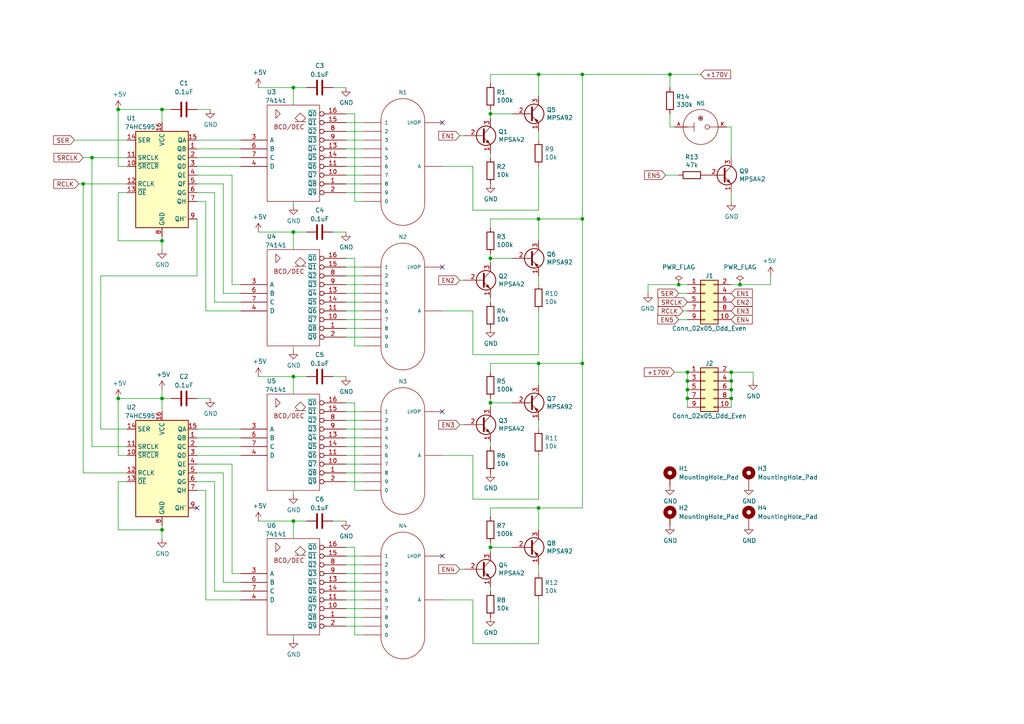
<source format=kicad_sch>
(kicad_sch (version 20211123) (generator eeschema)
  (paper "A4")
  (title_block (title "Nixie Clock Tube Board") (date "2022-01-29") (rev "1"))
  (lib_symbols
    (symbol "74xx:74HC595"
      (property "Reference" "U" (at -7.62 13.97 0))
      (property "Value" "74HC595" (at -7.62 -16.51 0))
      (symbol "74HC595_1_0"
        (pin tri_state line (at 10.16 7.62 180) (length 2.54) (name "QB") (number "1"))
        (pin input line (at -10.16 2.54 0) (length 2.54) (name "~{SRCLR}") (number "10"))
        (pin input line (at -10.16 5.08 0) (length 2.54) (name "SRCLK") (number "11"))
        (pin input line (at -10.16 -2.54 0) (length 2.54) (name "RCLK") (number "12"))
        (pin input line (at -10.16 -5.08 0) (length 2.54) (name "~{OE}") (number "13"))
        (pin input line (at -10.16 10.16 0) (length 2.54) (name "SER") (number "14"))
        (pin tri_state line (at 10.16 10.16 180) (length 2.54) (name "QA") (number "15"))
        (pin power_in line (at 0 15.24 270) (length 2.54) (name "VCC") (number "16"))
        (pin tri_state line (at 10.16 5.08 180) (length 2.54) (name "QC") (number "2"))
        (pin tri_state line (at 10.16 2.54 180) (length 2.54) (name "QD") (number "3"))
        (pin tri_state line (at 10.16 0 180) (length 2.54) (name "QE") (number "4"))
        (pin tri_state line (at 10.16 -2.54 180) (length 2.54) (name "QF") (number "5"))
        (pin tri_state line (at 10.16 -5.08 180) (length 2.54) (name "QG") (number "6"))
        (pin tri_state line (at 10.16 -7.62 180) (length 2.54) (name "QH") (number "7"))
        (pin power_in line (at 0 -17.78 90) (length 2.54) (name "GND") (number "8"))
        (pin output line (at 10.16 -12.7 180) (length 2.54) (name "QH'") (number "9"))
      )
      (symbol "74HC595_1_1"
        (rectangle (start -7.62 12.7) (end 7.62 -15.24) (stroke (width 0.254)) (fill (type background)))
      )
    )
    (symbol "74xx_IEEE:74141" (pin_names (offset 0.762))
      (property "Reference" "U" (at 0 0 0))
      (property "Value" "74141" (at 7.62 -15.24 0))
      (symbol "74141_0_0"
        (polyline (pts (xy 3.556 9.144) (xy 3.048 9.144) (xy 3.048 9.144)))
        (polyline (pts (xy -5.08 12.7) (xy -5.08 10.16) (xy -3.81 11.43) (xy -5.08 12.7) (xy -5.08 12.7)))
        (polyline (pts (xy 2.54 9.144) (xy 3.556 10.16) (xy 2.032 11.684) (xy 0.508 10.16) (xy 1.524 9.144) (xy 0.508 9.144) (xy 3.556 9.144)))
        (text "BCD/DEC" (at -1.27 7.62 0) (effects (font (size 1.27 1.27))))
        (pin power_in line (at 0 -13.97 90) (length 0) hide (name "GND") (number "12"))
        (pin power_in line (at 0 13.97 270) (length 0) hide (name "VCC") (number "5"))
      )
      (symbol "74141_0_1"
        (rectangle (start -7.62 13.97) (end 7.62 -13.97))
      )
      (symbol "74141_1_1"
        (pin open_collector inverted (at 15.24 -8.89 180) (length 7.62) (name "~{Q8}") (number "1"))
        (pin open_collector inverted (at 15.24 -6.35 180) (length 7.62) (name "~{Q7}") (number "10"))
        (pin open_collector inverted (at 15.24 -3.81 180) (length 7.62) (name "~{Q6}") (number "11"))
        (pin open_collector inverted (at 15.24 1.27 180) (length 7.62) (name "~{Q4}") (number "13"))
        (pin open_collector inverted (at 15.24 -1.27 180) (length 7.62) (name "~{Q5}") (number "14"))
        (pin open_collector inverted (at 15.24 8.89 180) (length 7.62) (name "~{Q1}") (number "15"))
        (pin open_collector inverted (at 15.24 11.43 180) (length 7.62) (name "~{Q0}") (number "16"))
        (pin open_collector inverted (at 15.24 -11.43 180) (length 7.62) (name "~{Q9}") (number "2"))
        (pin input line (at -15.24 3.81 0) (length 7.62) (name "A") (number "3"))
        (pin input line (at -15.24 -3.81 0) (length 7.62) (name "D") (number "4"))
        (pin input line (at -15.24 1.27 0) (length 7.62) (name "B") (number "6"))
        (pin input line (at -15.24 -1.27 0) (length 7.62) (name "C") (number "7"))
        (pin open_collector inverted (at 15.24 6.35 180) (length 7.62) (name "~{Q2}") (number "8"))
        (pin open_collector inverted (at 15.24 3.81 180) (length 7.62) (name "~{Q3}") (number "9"))
      )
    )
    (symbol "Connector_Generic:Conn_02x05_Odd_Even" (pin_names (offset 1.016) hide)
      (property "Reference" "J" (at 1.27 7.62 0))
      (property "Value" "Conn_02x05_Odd_Even" (at 1.27 -7.62 0))
      (symbol "Conn_02x05_Odd_Even_1_1"
        (rectangle (start -1.27 -4.953) (end 0 -5.207) (stroke (width 0.1524)))
        (rectangle (start -1.27 -2.413) (end 0 -2.667) (stroke (width 0.1524)))
        (rectangle (start -1.27 0.127) (end 0 -0.127) (stroke (width 0.1524)))
        (rectangle (start -1.27 2.667) (end 0 2.413) (stroke (width 0.1524)))
        (rectangle (start -1.27 5.207) (end 0 4.953) (stroke (width 0.1524)))
        (rectangle (start -1.27 6.35) (end 3.81 -6.35) (stroke (width 0.254)) (fill (type background)))
        (rectangle (start 3.81 -4.953) (end 2.54 -5.207) (stroke (width 0.1524)))
        (rectangle (start 3.81 -2.413) (end 2.54 -2.667) (stroke (width 0.1524)))
        (rectangle (start 3.81 0.127) (end 2.54 -0.127) (stroke (width 0.1524)))
        (rectangle (start 3.81 2.667) (end 2.54 2.413) (stroke (width 0.1524)))
        (rectangle (start 3.81 5.207) (end 2.54 4.953) (stroke (width 0.1524)))
        (pin passive line (at -5.08 5.08 0) (length 3.81) (name "Pin_1") (number "1"))
        (pin passive line (at 7.62 -5.08 180) (length 3.81) (name "Pin_10") (number "10"))
        (pin passive line (at 7.62 5.08 180) (length 3.81) (name "Pin_2") (number "2"))
        (pin passive line (at -5.08 2.54 0) (length 3.81) (name "Pin_3") (number "3"))
        (pin passive line (at 7.62 2.54 180) (length 3.81) (name "Pin_4") (number "4"))
        (pin passive line (at -5.08 0 0) (length 3.81) (name "Pin_5") (number "5"))
        (pin passive line (at 7.62 0 180) (length 3.81) (name "Pin_6") (number "6"))
        (pin passive line (at -5.08 -2.54 0) (length 3.81) (name "Pin_7") (number "7"))
        (pin passive line (at 7.62 -2.54 180) (length 3.81) (name "Pin_8") (number "8"))
        (pin passive line (at -5.08 -5.08 0) (length 3.81) (name "Pin_9") (number "9"))
      )
    )
    (symbol "Device:C" (pin_numbers hide) (pin_names (offset 0.254))
      (property "Reference" "C" (at 0.635 2.54 0))
      (property "Value" "C" (at 0.635 -2.54 0))
      (symbol "C_0_1"
        (polyline (pts (xy -2.032 -0.762) (xy 2.032 -0.762)) (stroke (width 0.508)))
        (polyline (pts (xy -2.032 0.762) (xy 2.032 0.762)) (stroke (width 0.508)))
      )
      (symbol "C_1_1"
        (pin passive line (at 0 3.81 270) (length 2.794) (name "~") (number "1"))
        (pin passive line (at 0 -3.81 90) (length 2.794) (name "~") (number "2"))
      )
    )
    (symbol "Device:R" (pin_numbers hide) (pin_names (offset 0))
      (property "Reference" "R" (at 2.032 0 90))
      (property "Value" "R" (at 0 0 90))
      (symbol "R_0_1"
        (rectangle (start -1.016 -2.54) (end 1.016 2.54) (stroke (width 0.254)))
      )
      (symbol "R_1_1"
        (pin passive line (at 0 3.81 270) (length 1.27) (name "~") (number "1"))
        (pin passive line (at 0 -3.81 90) (length 1.27) (name "~") (number "2"))
      )
    )
    (symbol "Mechanical:MountingHole_Pad" (pin_numbers hide) (pin_names (offset 1.016) hide)
      (property "Reference" "H" (at 0 6.35 0))
      (property "Value" "MountingHole_Pad" (at 0 4.445 0))
      (symbol "MountingHole_Pad_0_1"
        (circle (center 0 1.27) (radius 1.27) (stroke (width 1.27)))
      )
      (symbol "MountingHole_Pad_1_1"
        (pin input line (at 0 -2.54 90) (length 2.54) (name "1") (number "1"))
      )
    )
    (symbol "Transistor_BJT:MPSA42" (pin_names (offset 1.016) hide)
      (property "Reference" "Q" (at 5.08 1.905 0))
      (property "Value" "MPSA42" (at 5.08 0 0))
      (symbol "MPSA42_0_1"
        (polyline (pts (xy 0 0) (xy 0.635 0)))
        (polyline (pts (xy 0.635 0.635) (xy 2.54 2.54)))
        (polyline (pts (xy 0.635 -0.635) (xy 2.54 -2.54) (xy 2.54 -2.54)))
        (polyline (pts (xy 0.635 1.905) (xy 0.635 -1.905) (xy 0.635 -1.905)) (stroke (width 0.508)))
        (polyline (pts (xy 1.27 -1.778) (xy 1.778 -1.27) (xy 2.286 -2.286) (xy 1.27 -1.778) (xy 1.27 -1.778)) (fill (type outline)))
        (circle (center 1.27 0) (radius 2.8194) (stroke (width 0.254)))
      )
      (symbol "MPSA42_1_1"
        (pin passive line (at 2.54 -5.08 90) (length 2.54) (name "E") (number "1"))
        (pin input line (at -5.08 0 0) (length 5.08) (name "B") (number "2"))
        (pin passive line (at 2.54 5.08 270) (length 2.54) (name "C") (number "3"))
      )
    )
    (symbol "Transistor_BJT:MPSA92" (pin_names (offset 1.016) hide)
      (property "Reference" "Q" (at 5.08 1.905 0))
      (property "Value" "MPSA92" (at 5.08 0 0))
      (symbol "MPSA92_0_1"
        (polyline (pts (xy 0 0) (xy 0.635 0)))
        (polyline (pts (xy 2.54 -2.54) (xy 0.635 -0.635)))
        (polyline (pts (xy 2.54 2.54) (xy 0.635 0.635)))
        (polyline (pts (xy 0.635 1.905) (xy 0.635 -1.905) (xy 0.635 -1.905)) (stroke (width 0.508)) (fill (type outline)))
        (polyline (pts (xy 1.905 -2.413) (xy 2.413 -1.905) (xy 1.397 -1.397) (xy 1.905 -2.413) (xy 1.905 -2.413)) (fill (type outline)))
        (circle (center 1.27 0) (radius 2.8194) (stroke (width 0.254)))
      )
      (symbol "MPSA92_1_1"
        (pin passive line (at 2.54 -5.08 90) (length 2.54) (name "E") (number "1"))
        (pin input line (at -5.08 0 0) (length 5.08) (name "B") (number "2"))
        (pin passive line (at 2.54 5.08 270) (length 2.54) (name "C") (number "3"))
      )
    )
    (symbol "nixie_clock:IN-12BIN-12-DSUB" (pin_numbers hide) (pin_names (offset 1.016))
      (property "Reference" "NX" (at -4.445 20.955 0))
      (symbol "IN-12BIN-12-DSUB_1_0"
        (polyline (pts (xy -7.62 -10.795) (xy -7.62 13.335)))
        (polyline (pts (xy 5.08 -10.795) (xy 5.08 13.335)))
      )
      (symbol "IN-12BIN-12-DSUB_1_1"
        (arc (start -7.62 -10.795) (mid -1.27 -17.145) (end 5.08 -10.795))
        (arc (start 5.08 13.335) (mid -1.27 19.685) (end -7.62 13.335))
        (pin bidirectional line (at -12.7 -10.16 0) (length 5.08) (name "0") (number "0"))
        (pin bidirectional line (at -12.7 12.7 0) (length 5.08) (name "1") (number "1"))
        (pin bidirectional line (at -12.7 10.16 0) (length 5.08) (name "2") (number "2"))
        (pin bidirectional line (at -12.7 7.62 0) (length 5.08) (name "3") (number "3"))
        (pin bidirectional line (at -12.7 5.08 0) (length 5.08) (name "4") (number "4"))
        (pin bidirectional line (at -12.7 2.54 0) (length 5.08) (name "5") (number "5"))
        (pin bidirectional line (at -12.7 0 0) (length 5.08) (name "6") (number "6"))
        (pin bidirectional line (at -12.7 -2.54 0) (length 5.08) (name "7") (number "7"))
        (pin bidirectional line (at -12.7 -5.08 0) (length 5.08) (name "8") (number "8"))
        (pin bidirectional line (at -12.7 -7.62 0) (length 5.08) (name "9") (number "9"))
        (pin bidirectional line (at 10.16 0 180) (length 5.08) (name "A") (number "A"))
        (pin bidirectional line (at 10.16 12.7 180) (length 5.08) (name "LHDP") (number "LHDP"))
      )
    )
    (symbol "nixies-us:IN-3" (pin_names (offset 1.016) hide)
      (property "Reference" "N" (at 1.27 3.175 0))
      (symbol "IN-3_1_0"
        (polyline (pts (xy 0 -2.54) (xy 0.635 -2.54)))
        (polyline (pts (xy 0.635 -2.54) (xy 0 -2.54)))
        (polyline (pts (xy 0.635 -2.54) (xy 3.175 -2.54)))
        (polyline (pts (xy 1.27 -2.54) (xy 0.635 -2.54)))
        (polyline (pts (xy 3.175 -2.54) (xy 3.175 -3.81)))
        (polyline (pts (xy 3.175 -2.54) (xy 3.175 -1.27)))
        (polyline (pts (xy 4.7498 0) (xy 5.08 0)))
        (polyline (pts (xy 5.08 0) (xy 5.08 -0.3048)))
        (polyline (pts (xy 5.08 0) (xy 5.08 0.3048)))
        (polyline (pts (xy 5.08 0) (xy 5.3848 0)))
        (polyline (pts (xy 10.16 -2.54) (xy 7.62 -2.54)))
      )
      (symbol "IN-3_1_1"
        (circle (center 5.08 -2.54) (radius 5.08))
        (circle (center 5.08 0) (radius 0.3048))
        (circle (center 5.08 0) (radius 0.635))
        (circle (center 6.985 -2.54) (radius 0.635))
        (pin bidirectional line (at -2.54 -2.54 0) (length 2.54) (name "A") (number "A"))
        (pin bidirectional line (at 12.7 -2.54 180) (length 2.54) (name "K") (number "K"))
      )
    )
    (symbol "power:+5V" (power) (pin_names (offset 0))
      (property "Value" "+5V" (at 0 3.556 0))
      (symbol "+5V_0_1"
        (polyline (pts (xy -0.762 1.27) (xy 0 2.54)))
        (polyline (pts (xy 0 0) (xy 0 2.54)))
        (polyline (pts (xy 0 2.54) (xy 0.762 1.27)))
      )
      (symbol "+5V_1_1"
        (pin power_in line (at 0 0 90) (length 0) hide (name "+5V") (number "1"))
      )
    )
    (symbol "power:GND" (power) (pin_names (offset 0))
      (property "Value" "GND" (at 0 -3.81 0))
      (symbol "GND_0_1"
        (polyline (pts (xy 0 0) (xy 0 -1.27) (xy 1.27 -1.27) (xy 0 -2.54) (xy -1.27 -1.27) (xy 0 -1.27)))
      )
      (symbol "GND_1_1"
        (pin power_in line (at 0 0 270) (length 0) hide (name "GND") (number "1"))
      )
    )
    (symbol "power:PWR_FLAG" (power) (pin_numbers hide) (pin_names (offset 0) hide)
      (property "Value" "PWR_FLAG" (at 0 3.81 0))
      (symbol "PWR_FLAG_0_0"
        (pin power_out line (at 0 0 90) (length 0) (name "pwr") (number "1"))
      )
      (symbol "PWR_FLAG_0_1"
        (polyline (pts (xy 0 0) (xy 0 1.27) (xy -1.016 1.905) (xy 0 2.54) (xy 1.016 1.905) (xy 0 1.27)))
      )
    )
  )
  (junction (at 156.21 147.32))
  (junction (at 168.91 105.41))
  (junction (at 199.39 115.57))
  (junction (at 212.09 110.49))
  (junction (at 142.24 158.75))
  (junction (at 168.91 21.59))
  (junction (at 46.99 153.67))
  (junction (at 156.21 105.41))
  (junction (at 168.91 63.5))
  (junction (at 142.24 116.84))
  (junction (at 156.21 21.59))
  (junction (at 46.99 115.57))
  (junction (at 156.21 63.5))
  (junction (at 142.24 74.93))
  (junction (at 212.09 115.57))
  (junction (at 194.31 21.59))
  (junction (at 85.09 67.31))
  (junction (at 24.13 53.34))
  (junction (at 199.39 107.95))
  (junction (at 199.39 110.49))
  (junction (at 34.29 31.75))
  (junction (at 85.09 109.22))
  (junction (at 196.85 82.55))
  (junction (at 26.67 45.72))
  (junction (at 212.09 113.03))
  (junction (at 199.39 113.03))
  (junction (at 46.99 31.75))
  (junction (at 214.63 82.55))
  (junction (at 46.99 69.85))
  (junction (at 212.09 107.95))
  (junction (at 85.09 25.4))
  (junction (at 85.09 151.13))
  (junction (at 34.29 115.57))
  (junction (at 142.24 33.02))
  (no_connect (at 128.27 35.56))
  (no_connect (at 128.27 119.38))
  (no_connect (at 128.27 77.47))
  (no_connect (at 128.27 161.29))
  (no_connect (at 57.15 147.32))
  (wire (pts (xy 199.39 107.95) (xy 199.39 110.49)))
  (wire (pts (xy 100.33 173.99) (xy 105.41 173.99)))
  (wire (pts (xy 74.93 25.4) (xy 85.09 25.4)))
  (wire (pts (xy 74.93 67.31) (xy 85.09 67.31)))
  (wire (pts (xy 57.15 50.8) (xy 67.31 50.8)))
  (wire (pts (xy 198.12 90.17) (xy 199.39 90.17)))
  (wire (pts (xy 100.33 161.29) (xy 105.41 161.29)))
  (wire (pts (xy 46.99 115.57) (xy 46.99 119.38)))
  (wire (pts (xy 199.39 110.49) (xy 199.39 113.03)))
  (wire (pts (xy 85.09 109.22) (xy 85.09 114.3)))
  (wire (pts (xy 137.16 60.96) (xy 156.21 60.96)))
  (wire (pts (xy 36.83 53.34) (xy 24.13 53.34)))
  (wire (pts (xy 85.09 67.31) (xy 85.09 72.39)))
  (wire (pts (xy 64.77 85.09) (xy 69.85 85.09)))
  (wire (pts (xy 142.24 158.75) (xy 148.59 158.75)))
  (wire (pts (xy 156.21 40.64) (xy 156.21 38.1)))
  (wire (pts (xy 214.63 82.55) (xy 223.52 82.55)))
  (wire (pts (xy 142.24 63.5) (xy 156.21 63.5)))
  (wire (pts (xy 156.21 27.94) (xy 156.21 21.59)))
  (wire (pts (xy 85.09 67.31) (xy 88.9 67.31)))
  (wire (pts (xy 142.24 129.54) (xy 142.24 128.27)))
  (wire (pts (xy 100.33 43.18) (xy 105.41 43.18)))
  (wire (pts (xy 168.91 21.59) (xy 194.31 21.59)))
  (wire (pts (xy 100.33 121.92) (xy 105.41 121.92)))
  (wire (pts (xy 100.33 95.25) (xy 105.41 95.25)))
  (wire (pts (xy 36.83 124.46) (xy 29.21 124.46)))
  (wire (pts (xy 196.85 85.09) (xy 199.39 85.09)))
  (wire (pts (xy 69.85 45.72) (xy 57.15 45.72)))
  (wire (pts (xy 100.33 38.1) (xy 105.41 38.1)))
  (wire (pts (xy 85.09 100.33) (xy 85.09 101.6)))
  (wire (pts (xy 105.41 129.54) (xy 100.33 129.54)))
  (wire (pts (xy 59.69 173.99) (xy 69.85 173.99)))
  (wire (pts (xy 105.41 176.53) (xy 100.33 176.53)))
  (wire (pts (xy 142.24 87.63) (xy 142.24 86.36)))
  (wire (pts (xy 199.39 115.57) (xy 199.39 118.11)))
  (wire (pts (xy 49.53 115.57) (xy 46.99 115.57)))
  (wire (pts (xy 34.29 132.08) (xy 34.29 115.57)))
  (wire (pts (xy 100.33 77.47) (xy 105.41 77.47)))
  (wire (pts (xy 156.21 153.67) (xy 156.21 147.32)))
  (wire (pts (xy 64.77 53.34) (xy 64.77 85.09)))
  (wire (pts (xy 212.09 82.55) (xy 214.63 82.55)))
  (wire (pts (xy 137.16 144.78) (xy 156.21 144.78)))
  (wire (pts (xy 85.09 184.15) (xy 85.09 185.42)))
  (wire (pts (xy 34.29 139.7) (xy 36.83 139.7)))
  (wire (pts (xy 85.09 58.42) (xy 85.09 59.69)))
  (wire (pts (xy 100.33 80.01) (xy 105.41 80.01)))
  (wire (pts (xy 34.29 55.88) (xy 34.29 69.85)))
  (wire (pts (xy 199.39 82.55) (xy 196.85 82.55)))
  (wire (pts (xy 100.33 163.83) (xy 105.41 163.83)))
  (wire (pts (xy 100.33 166.37) (xy 105.41 166.37)))
  (wire (pts (xy 142.24 116.84) (xy 142.24 118.11)))
  (wire (pts (xy 85.09 109.22) (xy 88.9 109.22)))
  (wire (pts (xy 57.15 132.08) (xy 69.85 132.08)))
  (wire (pts (xy 218.44 107.95) (xy 218.44 110.49)))
  (wire (pts (xy 105.41 171.45) (xy 100.33 171.45)))
  (wire (pts (xy 36.83 55.88) (xy 34.29 55.88)))
  (wire (pts (xy 212.09 113.03) (xy 212.09 115.57)))
  (wire (pts (xy 100.33 85.09) (xy 105.41 85.09)))
  (wire (pts (xy 156.21 63.5) (xy 168.91 63.5)))
  (wire (pts (xy 142.24 105.41) (xy 142.24 107.95)))
  (wire (pts (xy 57.15 124.46) (xy 69.85 124.46)))
  (wire (pts (xy 105.41 134.62) (xy 100.33 134.62)))
  (wire (pts (xy 96.52 151.13) (xy 100.33 151.13)))
  (wire (pts (xy 62.23 171.45) (xy 69.85 171.45)))
  (wire (pts (xy 156.21 48.26) (xy 156.21 60.96)))
  (wire (pts (xy 34.29 153.67) (xy 34.29 139.7)))
  (wire (pts (xy 156.21 147.32) (xy 142.24 147.32)))
  (wire (pts (xy 142.24 147.32) (xy 142.24 149.86)))
  (wire (pts (xy 100.33 33.02) (xy 102.87 33.02)))
  (wire (pts (xy 142.24 116.84) (xy 148.59 116.84)))
  (wire (pts (xy 59.69 90.17) (xy 69.85 90.17)))
  (wire (pts (xy 100.33 132.08) (xy 105.41 132.08)))
  (wire (pts (xy 24.13 53.34) (xy 24.13 137.16)))
  (wire (pts (xy 142.24 158.75) (xy 142.24 160.02)))
  (wire (pts (xy 128.27 90.17) (xy 137.16 90.17)))
  (wire (pts (xy 212.09 107.95) (xy 218.44 107.95)))
  (wire (pts (xy 156.21 90.17) (xy 156.21 102.87)))
  (wire (pts (xy 57.15 48.26) (xy 69.85 48.26)))
  (wire (pts (xy 100.33 48.26) (xy 105.41 48.26)))
  (wire (pts (xy 194.31 21.59) (xy 194.31 25.4)))
  (wire (pts (xy 105.41 181.61) (xy 100.33 181.61)))
  (wire (pts (xy 46.99 113.03) (xy 46.99 115.57)))
  (wire (pts (xy 199.39 113.03) (xy 199.39 115.57)))
  (wire (pts (xy 142.24 21.59) (xy 156.21 21.59)))
  (wire (pts (xy 156.21 132.08) (xy 156.21 144.78)))
  (wire (pts (xy 57.15 142.24) (xy 59.69 142.24)))
  (wire (pts (xy 223.52 80.01) (xy 223.52 82.55)))
  (wire (pts (xy 102.87 100.33) (xy 105.41 100.33)))
  (wire (pts (xy 156.21 105.41) (xy 142.24 105.41)))
  (wire (pts (xy 67.31 82.55) (xy 69.85 82.55)))
  (wire (pts (xy 142.24 171.45) (xy 142.24 170.18)))
  (wire (pts (xy 137.16 173.99) (xy 137.16 186.69)))
  (wire (pts (xy 102.87 58.42) (xy 105.41 58.42)))
  (wire (pts (xy 57.15 43.18) (xy 69.85 43.18)))
  (wire (pts (xy 133.35 123.19) (xy 134.62 123.19)))
  (wire (pts (xy 67.31 50.8) (xy 67.31 82.55)))
  (wire (pts (xy 26.67 129.54) (xy 36.83 129.54)))
  (wire (pts (xy 128.27 48.26) (xy 137.16 48.26)))
  (wire (pts (xy 195.58 107.95) (xy 199.39 107.95)))
  (wire (pts (xy 100.33 74.93) (xy 102.87 74.93)))
  (wire (pts (xy 57.15 58.42) (xy 59.69 58.42)))
  (wire (pts (xy 196.85 50.8) (xy 193.04 50.8)))
  (wire (pts (xy 59.69 58.42) (xy 59.69 90.17)))
  (wire (pts (xy 128.27 173.99) (xy 137.16 173.99)))
  (wire (pts (xy 168.91 63.5) (xy 168.91 105.41)))
  (wire (pts (xy 22.86 53.34) (xy 24.13 53.34)))
  (wire (pts (xy 29.21 80.01) (xy 29.21 124.46)))
  (wire (pts (xy 142.24 73.66) (xy 142.24 74.93)))
  (wire (pts (xy 100.33 82.55) (xy 105.41 82.55)))
  (wire (pts (xy 57.15 53.34) (xy 64.77 53.34)))
  (wire (pts (xy 57.15 134.62) (xy 67.31 134.62)))
  (wire (pts (xy 196.85 82.55) (xy 187.96 82.55)))
  (wire (pts (xy 133.35 165.1) (xy 134.62 165.1)))
  (wire (pts (xy 60.96 31.75) (xy 57.15 31.75)))
  (wire (pts (xy 105.41 50.8) (xy 100.33 50.8)))
  (wire (pts (xy 57.15 63.5) (xy 57.15 80.01)))
  (wire (pts (xy 137.16 48.26) (xy 137.16 60.96)))
  (wire (pts (xy 85.09 25.4) (xy 88.9 25.4)))
  (wire (pts (xy 168.91 21.59) (xy 168.91 63.5)))
  (wire (pts (xy 57.15 139.7) (xy 62.23 139.7)))
  (wire (pts (xy 156.21 21.59) (xy 168.91 21.59)))
  (wire (pts (xy 100.33 179.07) (xy 105.41 179.07)))
  (wire (pts (xy 102.87 74.93) (xy 102.87 100.33)))
  (wire (pts (xy 59.69 142.24) (xy 59.69 173.99)))
  (wire (pts (xy 102.87 142.24) (xy 105.41 142.24)))
  (wire (pts (xy 105.41 92.71) (xy 100.33 92.71)))
  (wire (pts (xy 24.13 137.16) (xy 36.83 137.16)))
  (wire (pts (xy 100.33 158.75) (xy 102.87 158.75)))
  (wire (pts (xy 196.85 92.71) (xy 199.39 92.71)))
  (wire (pts (xy 212.09 36.83) (xy 212.09 45.72)))
  (wire (pts (xy 187.96 82.55) (xy 187.96 85.09)))
  (wire (pts (xy 26.67 45.72) (xy 36.83 45.72)))
  (wire (pts (xy 156.21 69.85) (xy 156.21 63.5)))
  (wire (pts (xy 46.99 156.21) (xy 46.99 153.67)))
  (wire (pts (xy 156.21 173.99) (xy 156.21 186.69)))
  (wire (pts (xy 156.21 166.37) (xy 156.21 163.83)))
  (wire (pts (xy 212.09 110.49) (xy 212.09 113.03)))
  (wire (pts (xy 100.33 53.34) (xy 105.41 53.34)))
  (wire (pts (xy 96.52 109.22) (xy 100.33 109.22)))
  (wire (pts (xy 24.13 45.72) (xy 26.67 45.72)))
  (wire (pts (xy 100.33 127) (xy 105.41 127)))
  (wire (pts (xy 105.41 45.72) (xy 100.33 45.72)))
  (wire (pts (xy 85.09 151.13) (xy 85.09 156.21)))
  (wire (pts (xy 96.52 25.4) (xy 100.33 25.4)))
  (wire (pts (xy 100.33 116.84) (xy 102.87 116.84)))
  (wire (pts (xy 142.24 63.5) (xy 142.24 66.04)))
  (wire (pts (xy 168.91 105.41) (xy 168.91 147.32)))
  (wire (pts (xy 105.41 55.88) (xy 100.33 55.88)))
  (wire (pts (xy 137.16 132.08) (xy 137.16 144.78)))
  (wire (pts (xy 64.77 137.16) (xy 64.77 168.91)))
  (wire (pts (xy 46.99 153.67) (xy 46.99 152.4)))
  (wire (pts (xy 105.41 97.79) (xy 100.33 97.79)))
  (wire (pts (xy 142.24 33.02) (xy 148.59 33.02)))
  (wire (pts (xy 142.24 31.75) (xy 142.24 33.02)))
  (wire (pts (xy 142.24 74.93) (xy 148.59 74.93)))
  (wire (pts (xy 156.21 111.76) (xy 156.21 105.41)))
  (wire (pts (xy 156.21 124.46) (xy 156.21 121.92)))
  (wire (pts (xy 21.59 40.64) (xy 36.83 40.64)))
  (wire (pts (xy 194.31 33.02) (xy 194.31 36.83)))
  (wire (pts (xy 102.87 184.15) (xy 105.41 184.15)))
  (wire (pts (xy 142.24 115.57) (xy 142.24 116.84)))
  (wire (pts (xy 210.82 36.83) (xy 212.09 36.83)))
  (wire (pts (xy 100.33 90.17) (xy 105.41 90.17)))
  (wire (pts (xy 133.35 39.37) (xy 134.62 39.37)))
  (wire (pts (xy 34.29 31.75) (xy 46.99 31.75)))
  (wire (pts (xy 62.23 139.7) (xy 62.23 171.45)))
  (wire (pts (xy 34.29 69.85) (xy 46.99 69.85)))
  (wire (pts (xy 34.29 48.26) (xy 36.83 48.26)))
  (wire (pts (xy 29.21 80.01) (xy 57.15 80.01)))
  (wire (pts (xy 46.99 69.85) (xy 46.99 68.58)))
  (wire (pts (xy 142.24 74.93) (xy 142.24 76.2)))
  (wire (pts (xy 142.24 33.02) (xy 142.24 34.29)))
  (wire (pts (xy 34.29 115.57) (xy 46.99 115.57)))
  (wire (pts (xy 57.15 40.64) (xy 69.85 40.64)))
  (wire (pts (xy 100.33 119.38) (xy 105.41 119.38)))
  (wire (pts (xy 67.31 134.62) (xy 67.31 166.37)))
  (wire (pts (xy 67.31 166.37) (xy 69.85 166.37)))
  (wire (pts (xy 100.33 137.16) (xy 105.41 137.16)))
  (wire (pts (xy 105.41 139.7) (xy 100.33 139.7)))
  (wire (pts (xy 142.24 157.48) (xy 142.24 158.75)))
  (wire (pts (xy 133.35 81.28) (xy 134.62 81.28)))
  (wire (pts (xy 74.93 109.22) (xy 85.09 109.22)))
  (wire (pts (xy 105.41 87.63) (xy 100.33 87.63)))
  (wire (pts (xy 100.33 40.64) (xy 105.41 40.64)))
  (wire (pts (xy 137.16 102.87) (xy 156.21 102.87)))
  (wire (pts (xy 34.29 48.26) (xy 34.29 31.75)))
  (wire (pts (xy 100.33 35.56) (xy 105.41 35.56)))
  (wire (pts (xy 62.23 87.63) (xy 69.85 87.63)))
  (wire (pts (xy 96.52 67.31) (xy 100.33 67.31)))
  (wire (pts (xy 36.83 132.08) (xy 34.29 132.08)))
  (wire (pts (xy 74.93 151.13) (xy 85.09 151.13)))
  (wire (pts (xy 195.58 36.83) (xy 194.31 36.83)))
  (wire (pts (xy 100.33 168.91) (xy 105.41 168.91)))
  (wire (pts (xy 142.24 45.72) (xy 142.24 44.45)))
  (wire (pts (xy 85.09 151.13) (xy 88.9 151.13)))
  (wire (pts (xy 102.87 158.75) (xy 102.87 184.15)))
  (wire (pts (xy 102.87 116.84) (xy 102.87 142.24)))
  (wire (pts (xy 137.16 90.17) (xy 137.16 102.87)))
  (wire (pts (xy 46.99 31.75) (xy 46.99 35.56)))
  (wire (pts (xy 62.23 55.88) (xy 62.23 87.63)))
  (wire (pts (xy 69.85 129.54) (xy 57.15 129.54)))
  (wire (pts (xy 168.91 105.41) (xy 156.21 105.41)))
  (wire (pts (xy 57.15 137.16) (xy 64.77 137.16)))
  (wire (pts (xy 128.27 132.08) (xy 137.16 132.08)))
  (wire (pts (xy 26.67 45.72) (xy 26.67 129.54)))
  (wire (pts (xy 60.96 115.57) (xy 57.15 115.57)))
  (wire (pts (xy 85.09 25.4) (xy 85.09 30.48)))
  (wire (pts (xy 142.24 21.59) (xy 142.24 24.13)))
  (wire (pts (xy 168.91 147.32) (xy 156.21 147.32)))
  (wire (pts (xy 57.15 55.88) (xy 62.23 55.88)))
  (wire (pts (xy 156.21 82.55) (xy 156.21 80.01)))
  (wire (pts (xy 46.99 153.67) (xy 34.29 153.67)))
  (wire (pts (xy 49.53 31.75) (xy 46.99 31.75)))
  (wire (pts (xy 64.77 168.91) (xy 69.85 168.91)))
  (wire (pts (xy 85.09 142.24) (xy 85.09 143.51)))
  (wire (pts (xy 46.99 72.39) (xy 46.99 69.85)))
  (wire (pts (xy 137.16 186.69) (xy 156.21 186.69)))
  (wire (pts (xy 102.87 33.02) (xy 102.87 58.42)))
  (wire (pts (xy 212.09 55.88) (xy 212.09 58.42)))
  (wire (pts (xy 212.09 115.57) (xy 212.09 118.11)))
  (wire (pts (xy 194.31 21.59) (xy 203.2 21.59)))
  (wire (pts (xy 212.09 107.95) (xy 212.09 110.49)))
  (wire (pts (xy 57.15 127) (xy 69.85 127)))
  (wire (pts (xy 100.33 124.46) (xy 105.41 124.46)))
  (global_label "EN3" (shape input) (at 212.09 90.17 0) (property "Intersheet References" "${INTERSHEET_REFS}" (effects hide)))
  (global_label "SRCLK" (shape input) (at 199.39 87.63 180) (property "Intersheet References" "${INTERSHEET_REFS}" (effects hide)))
  (global_label "EN1" (shape input) (at 212.09 85.09 0) (property "Intersheet References" "${INTERSHEET_REFS}" (effects hide)))
  (global_label "RCLK" (shape input) (at 198.12 90.17 180) (property "Intersheet References" "${INTERSHEET_REFS}" (effects hide)))
  (global_label "SER" (shape input) (at 196.85 85.09 180) (property "Intersheet References" "${INTERSHEET_REFS}" (effects hide)))
  (global_label "EN2" (shape input) (at 133.35 81.28 180) (property "Intersheet References" "${INTERSHEET_REFS}" (effects hide)))
  (global_label "SRCLK" (shape input) (at 24.13 45.72 180) (property "Intersheet References" "${INTERSHEET_REFS}" (effects hide)))
  (global_label "EN5" (shape input) (at 196.85 92.71 180) (property "Intersheet References" "${INTERSHEET_REFS}" (effects hide)))
  (global_label "EN1" (shape input) (at 133.35 39.37 180) (property "Intersheet References" "${INTERSHEET_REFS}" (effects hide)))
  (global_label "EN3" (shape input) (at 133.35 123.19 180) (property "Intersheet References" "${INTERSHEET_REFS}" (effects hide)))
  (global_label "EN5" (shape input) (at 193.04 50.8 180) (property "Intersheet References" "${INTERSHEET_REFS}" (effects hide)))
  (global_label "EN4" (shape input) (at 133.35 165.1 180) (property "Intersheet References" "${INTERSHEET_REFS}" (effects hide)))
  (global_label "EN4" (shape input) (at 212.09 92.71 0) (property "Intersheet References" "${INTERSHEET_REFS}" (effects hide)))
  (global_label "+170V" (shape input) (at 195.58 107.95 180) (property "Intersheet References" "${INTERSHEET_REFS}" (effects hide)))
  (global_label "EN2" (shape input) (at 212.09 87.63 0) (property "Intersheet References" "${INTERSHEET_REFS}" (effects hide)))
  (global_label "+170V" (shape input) (at 203.2 21.59 0) (property "Intersheet References" "${INTERSHEET_REFS}" (effects hide)))
  (global_label "SER" (shape input) (at 21.59 40.64 180) (property "Intersheet References" "${INTERSHEET_REFS}" (effects hide)))
  (global_label "RCLK" (shape input) (at 22.86 53.34 180) (property "Intersheet References" "${INTERSHEET_REFS}" (effects hide)))
  (symbol (lib_id "74xx_IEEE:74141") (at 85.09 44.45 0) (unit 1)
    (property "Reference" "U3" (at 78.74 26.67 0))
    (property "Value" "74141" (at 80.01 29.21 0))
    (property "Footprint" "Package_DIP:DIP-16_W7.62mm" (effects hide))
  )
  (symbol (lib_id "power:GND") (at 85.09 59.69 0) (unit 1)
    (property "Reference" "#PWR06" (effects hide))
    (property "Value" "GND" (at 85.217 64.0842 0))
  )
  (symbol (lib_id "nixie_clock:IN-12BIN-12-DSUB") (at 118.11 48.26 0) (unit 1)
    (property "Reference" "N1" (at 116.84 26.797 0) (effects (font (size 1.143 1.143))))
    (property "Value" "IN-2" (effects hide))
    (property "Footprint" "nixie_clock:nixies-us-IN-12-DSUB" (effects hide))
  )
  (symbol (lib_id "Transistor_BJT:MPSA42") (at 139.7 39.37 0) (unit 1)
    (property "Reference" "Q1" (at 144.5514 38.2016 0) (effects (justify left)))
    (property "Value" "MPSA42" (at 144.5514 40.513 0) (effects (justify left)))
    (property "Footprint" "Package_TO_SOT_THT:TO-92_Inline" (effects hide))
    (property "Datasheet" "http://www.onsemi.com/pub_link/Collateral/MPSA42-D.PDF" (effects hide))
  )
  (symbol (lib_id "Transistor_BJT:MPSA92") (at 153.67 33.02 0) (unit 1)
    (property "Reference" "Q5" (at 158.5214 31.8516 0) (effects (justify left)))
    (property "Value" "MPSA92" (at 158.5214 34.163 0) (effects (justify left)))
    (property "Footprint" "Package_TO_SOT_THT:TO-92_Inline" (effects hide))
    (property "Datasheet" "http://www.onsemi.com/pub_link/Collateral/MPSA92-D.PDF" (effects hide))
  )
  (symbol (lib_id "Device:R") (at 142.24 27.94 0) (unit 1)
    (property "Reference" "R1" (at 144.018 26.7716 0) (effects (justify left)))
    (property "Value" "100k" (at 144.018 29.083 0) (effects (justify left)))
    (property "Footprint" "Resistor_THT:R_Axial_DIN0207_L6.3mm_D2.5mm_P7.62mm_Horizontal" (effects hide))
  )
  (symbol (lib_id "power:GND") (at 142.24 53.34 0) (unit 1)
    (property "Reference" "#PWR013" (effects hide))
    (property "Value" "GND" (at 142.367 57.7342 0))
  )
  (symbol (lib_id "Device:R") (at 142.24 49.53 0) (unit 1)
    (property "Reference" "R2" (at 144.018 48.3616 0) (effects (justify left)))
    (property "Value" "10k" (at 144.018 50.673 0) (effects (justify left)))
    (property "Footprint" "Resistor_THT:R_Axial_DIN0207_L6.3mm_D2.5mm_P7.62mm_Horizontal" (effects hide))
  )
  (symbol (lib_id "Device:R") (at 156.21 44.45 0) (unit 1)
    (property "Reference" "R9" (at 157.988 43.2816 0) (effects (justify left)))
    (property "Value" "10k" (at 157.988 45.593 0) (effects (justify left)))
    (property "Footprint" "Resistor_THT:R_Axial_DIN0207_L6.3mm_D2.5mm_P7.62mm_Horizontal" (effects hide))
  )
  (symbol (lib_id "74xx:74HC595") (at 46.99 50.8 0) (unit 1)
    (property "Reference" "U1" (at 38.1 34.29 0))
    (property "Value" "74HC595" (at 40.64 36.83 0))
    (property "Footprint" "Package_DIP:DIP-16_W7.62mm" (effects hide))
    (property "Datasheet" "http://www.ti.com/lit/ds/symlink/sn74hc595.pdf" (effects hide))
  )
  (symbol (lib_id "nixie_clock:IN-12BIN-12-DSUB") (at 118.11 90.17 0) (unit 1)
    (property "Reference" "N2" (at 116.84 68.707 0) (effects (font (size 1.143 1.143))))
    (property "Value" "IN-2" (effects hide))
    (property "Footprint" "nixie_clock:nixies-us-IN-12-DSUB" (effects hide))
  )
  (symbol (lib_id "74xx_IEEE:74141") (at 85.09 86.36 0) (unit 1)
    (property "Reference" "U4" (at 78.74 68.58 0))
    (property "Value" "74141" (at 80.01 71.12 0))
    (property "Footprint" "Package_DIP:DIP-16_W7.62mm" (effects hide))
  )
  (symbol (lib_id "power:GND") (at 85.09 101.6 0) (unit 1)
    (property "Reference" "#PWR08" (effects hide))
    (property "Value" "GND" (at 85.217 105.9942 0))
  )
  (symbol (lib_id "nixie_clock:IN-12BIN-12-DSUB") (at 118.11 132.08 0) (unit 1)
    (property "Reference" "N3" (at 116.84 110.617 0) (effects (font (size 1.143 1.143))))
    (property "Value" "IN-2" (effects hide))
    (property "Footprint" "nixie_clock:nixies-us-IN-12-DSUB" (effects hide))
  )
  (symbol (lib_id "74xx_IEEE:74141") (at 85.09 128.27 0) (unit 1)
    (property "Reference" "U5" (at 78.74 110.49 0))
    (property "Value" "74141" (at 80.01 113.03 0))
    (property "Footprint" "Package_DIP:DIP-16_W7.62mm" (effects hide))
  )
  (symbol (lib_id "power:GND") (at 85.09 143.51 0) (unit 1)
    (property "Reference" "#PWR010" (effects hide))
    (property "Value" "GND" (at 85.217 147.9042 0))
  )
  (symbol (lib_id "nixie_clock:IN-12BIN-12-DSUB") (at 118.11 173.99 0) (unit 1)
    (property "Reference" "N4" (at 116.84 152.527 0) (effects (font (size 1.143 1.143))))
    (property "Value" "IN-2" (effects hide))
    (property "Footprint" "nixie_clock:nixies-us-IN-12-DSUB" (effects hide))
  )
  (symbol (lib_id "74xx_IEEE:74141") (at 85.09 170.18 0) (unit 1)
    (property "Reference" "U6" (at 78.74 152.4 0))
    (property "Value" "74141" (at 80.01 154.94 0))
    (property "Footprint" "Package_DIP:DIP-16_W7.62mm" (effects hide))
  )
  (symbol (lib_id "power:GND") (at 85.09 185.42 0) (unit 1)
    (property "Reference" "#PWR012" (effects hide))
    (property "Value" "GND" (at 85.217 189.8142 0))
  )
  (symbol (lib_id "power:+5V") (at 74.93 151.13 0) (unit 1)
    (property "Reference" "#PWR011" (effects hide))
    (property "Value" "+5V" (at 75.311 146.7358 0))
  )
  (symbol (lib_id "74xx:74HC595") (at 46.99 134.62 0) (unit 1)
    (property "Reference" "U2" (at 38.1 118.11 0))
    (property "Value" "74HC595" (at 40.64 120.65 0))
    (property "Footprint" "Package_DIP:DIP-16_W7.62mm" (effects hide))
    (property "Datasheet" "http://www.ti.com/lit/ds/symlink/sn74hc595.pdf" (effects hide))
  )
  (symbol (lib_id "power:GND") (at 46.99 72.39 0) (unit 1)
    (property "Reference" "#PWR02" (effects hide))
    (property "Value" "GND" (at 47.117 76.7842 0))
  )
  (symbol (lib_id "power:GND") (at 46.99 156.21 0) (unit 1)
    (property "Reference" "#PWR04" (effects hide))
    (property "Value" "GND" (at 47.117 160.6042 0))
  )
  (symbol (lib_id "power:+5V") (at 34.29 31.75 0) (unit 1)
    (property "Reference" "#PWR01" (effects hide))
    (property "Value" "+5V" (at 34.671 27.3558 0))
  )
  (symbol (lib_id "power:+5V") (at 46.99 113.03 0) (unit 1)
    (property "Reference" "#PWR03" (effects hide))
    (property "Value" "+5V" (at 47.371 108.6358 0))
  )
  (symbol (lib_id "Device:R") (at 142.24 69.85 0) (unit 1)
    (property "Reference" "R3" (at 144.018 68.6816 0) (effects (justify left)))
    (property "Value" "100k" (at 144.018 70.993 0) (effects (justify left)))
    (property "Footprint" "Resistor_THT:R_Axial_DIN0207_L6.3mm_D2.5mm_P7.62mm_Horizontal" (effects hide))
  )
  (symbol (lib_id "Transistor_BJT:MPSA42") (at 139.7 81.28 0) (unit 1)
    (property "Reference" "Q2" (at 144.5514 80.1116 0) (effects (justify left)))
    (property "Value" "MPSA42" (at 144.5514 82.423 0) (effects (justify left)))
    (property "Footprint" "Package_TO_SOT_THT:TO-92_Inline" (effects hide))
    (property "Datasheet" "http://www.onsemi.com/pub_link/Collateral/MPSA42-D.PDF" (effects hide))
  )
  (symbol (lib_id "Device:R") (at 142.24 91.44 0) (unit 1)
    (property "Reference" "R4" (at 144.018 90.2716 0) (effects (justify left)))
    (property "Value" "10k" (at 144.018 92.583 0) (effects (justify left)))
    (property "Footprint" "Resistor_THT:R_Axial_DIN0207_L6.3mm_D2.5mm_P7.62mm_Horizontal" (effects hide))
  )
  (symbol (lib_id "power:GND") (at 142.24 95.25 0) (unit 1)
    (property "Reference" "#PWR014" (effects hide))
    (property "Value" "GND" (at 142.367 99.6442 0))
  )
  (symbol (lib_id "Transistor_BJT:MPSA92") (at 153.67 74.93 0) (unit 1)
    (property "Reference" "Q6" (at 158.5214 73.7616 0) (effects (justify left)))
    (property "Value" "MPSA92" (at 158.5214 76.073 0) (effects (justify left)))
    (property "Footprint" "Package_TO_SOT_THT:TO-92_Inline" (effects hide))
    (property "Datasheet" "http://www.onsemi.com/pub_link/Collateral/MPSA92-D.PDF" (effects hide))
  )
  (symbol (lib_id "Device:R") (at 156.21 86.36 0) (unit 1)
    (property "Reference" "R10" (at 157.988 85.1916 0) (effects (justify left)))
    (property "Value" "10k" (at 157.988 87.503 0) (effects (justify left)))
    (property "Footprint" "Resistor_THT:R_Axial_DIN0207_L6.3mm_D2.5mm_P7.62mm_Horizontal" (effects hide))
  )
  (symbol (lib_id "Device:R") (at 142.24 111.76 0) (unit 1)
    (property "Reference" "R5" (at 144.018 110.5916 0) (effects (justify left)))
    (property "Value" "100k" (at 144.018 112.903 0) (effects (justify left)))
    (property "Footprint" "Resistor_THT:R_Axial_DIN0207_L6.3mm_D2.5mm_P7.62mm_Horizontal" (effects hide))
  )
  (symbol (lib_id "Transistor_BJT:MPSA42") (at 139.7 123.19 0) (unit 1)
    (property "Reference" "Q3" (at 144.5514 122.0216 0) (effects (justify left)))
    (property "Value" "MPSA42" (at 144.5514 124.333 0) (effects (justify left)))
    (property "Footprint" "Package_TO_SOT_THT:TO-92_Inline" (effects hide))
    (property "Datasheet" "http://www.onsemi.com/pub_link/Collateral/MPSA42-D.PDF" (effects hide))
  )
  (symbol (lib_id "Device:R") (at 142.24 133.35 0) (unit 1)
    (property "Reference" "R6" (at 144.018 132.1816 0) (effects (justify left)))
    (property "Value" "10k" (at 144.018 134.493 0) (effects (justify left)))
    (property "Footprint" "Resistor_THT:R_Axial_DIN0207_L6.3mm_D2.5mm_P7.62mm_Horizontal" (effects hide))
  )
  (symbol (lib_id "power:GND") (at 142.24 137.16 0) (unit 1)
    (property "Reference" "#PWR015" (effects hide))
    (property "Value" "GND" (at 142.367 141.5542 0))
  )
  (symbol (lib_id "Transistor_BJT:MPSA92") (at 153.67 116.84 0) (unit 1)
    (property "Reference" "Q7" (at 158.5214 115.6716 0) (effects (justify left)))
    (property "Value" "MPSA92" (at 158.5214 117.983 0) (effects (justify left)))
    (property "Footprint" "Package_TO_SOT_THT:TO-92_Inline" (effects hide))
    (property "Datasheet" "http://www.onsemi.com/pub_link/Collateral/MPSA92-D.PDF" (effects hide))
  )
  (symbol (lib_id "Device:R") (at 156.21 128.27 0) (unit 1)
    (property "Reference" "R11" (at 157.988 127.1016 0) (effects (justify left)))
    (property "Value" "10k" (at 157.988 129.413 0) (effects (justify left)))
    (property "Footprint" "Resistor_THT:R_Axial_DIN0207_L6.3mm_D2.5mm_P7.62mm_Horizontal" (effects hide))
  )
  (symbol (lib_id "Device:R") (at 142.24 153.67 0) (unit 1)
    (property "Reference" "R7" (at 144.018 152.5016 0) (effects (justify left)))
    (property "Value" "100k" (at 144.018 154.813 0) (effects (justify left)))
    (property "Footprint" "Resistor_THT:R_Axial_DIN0207_L6.3mm_D2.5mm_P7.62mm_Horizontal" (effects hide))
  )
  (symbol (lib_id "Transistor_BJT:MPSA42") (at 139.7 165.1 0) (unit 1)
    (property "Reference" "Q4" (at 144.5514 163.9316 0) (effects (justify left)))
    (property "Value" "MPSA42" (at 144.5514 166.243 0) (effects (justify left)))
    (property "Footprint" "Package_TO_SOT_THT:TO-92_Inline" (effects hide))
    (property "Datasheet" "http://www.onsemi.com/pub_link/Collateral/MPSA42-D.PDF" (effects hide))
  )
  (symbol (lib_id "Device:R") (at 142.24 175.26 0) (unit 1)
    (property "Reference" "R8" (at 144.018 174.0916 0) (effects (justify left)))
    (property "Value" "10k" (at 144.018 176.403 0) (effects (justify left)))
    (property "Footprint" "Resistor_THT:R_Axial_DIN0207_L6.3mm_D2.5mm_P7.62mm_Horizontal" (effects hide))
  )
  (symbol (lib_id "power:GND") (at 142.24 179.07 0) (unit 1)
    (property "Reference" "#PWR016" (effects hide))
    (property "Value" "GND" (at 142.367 183.4642 0))
  )
  (symbol (lib_id "Transistor_BJT:MPSA92") (at 153.67 158.75 0) (unit 1)
    (property "Reference" "Q8" (at 158.5214 157.5816 0) (effects (justify left)))
    (property "Value" "MPSA92" (at 158.5214 159.893 0) (effects (justify left)))
    (property "Footprint" "Package_TO_SOT_THT:TO-92_Inline" (effects hide))
    (property "Datasheet" "http://www.onsemi.com/pub_link/Collateral/MPSA92-D.PDF" (effects hide))
  )
  (symbol (lib_id "Device:R") (at 156.21 170.18 0) (unit 1)
    (property "Reference" "R12" (at 157.988 169.0116 0) (effects (justify left)))
    (property "Value" "10k" (at 157.988 171.323 0) (effects (justify left)))
    (property "Footprint" "Resistor_THT:R_Axial_DIN0207_L6.3mm_D2.5mm_P7.62mm_Horizontal" (effects hide))
  )
  (symbol (lib_id "nixies-us:IN-3") (at 198.12 34.29 0) (unit 1)
    (property "Reference" "N5" (at 203.2 29.972 0) (effects (font (size 1.143 1.143))))
    (property "Value" "IN-3" (effects hide))
    (property "Footprint" "nixies-us:nixies-us-IN-3" (effects hide))
  )
  (symbol (lib_id "Device:R") (at 200.66 50.8 270) (unit 1)
    (property "Reference" "R13" (at 200.66 45.5422 90))
    (property "Value" "47k" (at 200.66 47.8536 90))
    (property "Footprint" "Resistor_THT:R_Axial_DIN0207_L6.3mm_D2.5mm_P7.62mm_Horizontal" (effects hide))
  )
  (symbol (lib_id "power:GND") (at 212.09 58.42 0) (unit 1)
    (property "Reference" "#PWR0101" (effects hide))
    (property "Value" "GND" (at 212.217 62.8142 0))
  )
  (symbol (lib_id "Transistor_BJT:MPSA42") (at 209.55 50.8 0) (unit 1)
    (property "Reference" "Q9" (at 214.4014 49.6316 0) (effects (justify left)))
    (property "Value" "MPSA42" (at 214.4014 51.943 0) (effects (justify left)))
    (property "Footprint" "Package_TO_SOT_THT:TO-92_Inline" (effects hide))
    (property "Datasheet" "http://www.onsemi.com/pub_link/Collateral/MPSA42-D.PDF" (effects hide))
  )
  (symbol (lib_id "power:+5V") (at 74.93 67.31 0) (unit 1)
    (property "Reference" "#PWR021" (effects hide))
    (property "Value" "+5V" (at 75.311 62.9158 0))
  )
  (symbol (lib_id "power:GND") (at 100.33 25.4 0) (unit 1)
    (property "Reference" "#PWR023" (effects hide))
    (property "Value" "GND" (at 100.457 29.7942 0))
  )
  (symbol (lib_id "Device:C") (at 92.71 151.13 90) (unit 1)
    (property "Reference" "C6" (at 92.71 144.78 90))
    (property "Value" "0.1uF" (at 92.71 147.32 90))
    (property "Footprint" "Capacitor_THT:C_Disc_D3.0mm_W1.6mm_P2.50mm" (effects hide))
  )
  (symbol (lib_id "Mechanical:MountingHole_Pad") (at 217.17 149.86 0) (unit 1)
    (property "Reference" "H4" (at 219.71 147.3199 0) (effects (justify left)))
    (property "Value" "MountingHole_Pad" (at 219.71 149.8599 0) (effects (justify left)))
    (property "Footprint" "MountingHole:MountingHole_2.2mm_M2_Pad" (effects hide))
  )
  (symbol (lib_id "power:GND") (at 218.44 110.49 0) (unit 1)
    (property "Reference" "#PWR018" (effects hide))
    (property "Value" "GND" (at 218.567 114.8842 0))
  )
  (symbol (lib_id "power:GND") (at 60.96 31.75 0) (unit 1)
    (property "Reference" "#PWR07" (effects hide))
    (property "Value" "GND" (at 61.087 36.1442 0))
  )
  (symbol (lib_id "Connector_Generic:Conn_02x05_Odd_Even") (at 204.47 113.03 0) (unit 1)
    (property "Reference" "J2" (at 205.74 105.41 0))
    (property "Value" "Conn_02x05_Odd_Even" (at 205.74 120.65 0))
    (property "Footprint" "Connector_PinHeader_2.54mm:PinHeader_2x05_P2.54mm_Vertical" (effects hide))
  )
  (symbol (lib_id "Mechanical:MountingHole_Pad") (at 194.31 149.86 0) (unit 1)
    (property "Reference" "H2" (at 196.85 147.3199 0) (effects (justify left)))
    (property "Value" "MountingHole_Pad" (at 196.85 149.8599 0) (effects (justify left)))
    (property "Footprint" "MountingHole:MountingHole_2.2mm_M2_Pad" (effects hide))
  )
  (symbol (lib_id "power:GND") (at 60.96 115.57 0) (unit 1)
    (property "Reference" "#PWR09" (effects hide))
    (property "Value" "GND" (at 61.087 119.9642 0))
  )
  (symbol (lib_id "power:PWR_FLAG") (at 214.63 82.55 0) (unit 1)
    (property "Reference" "#FLG0102" (effects hide))
    (property "Value" "PWR_FLAG" (at 214.63 77.47 0))
  )
  (symbol (lib_id "power:GND") (at 187.96 85.09 0) (mirror y) (unit 1)
    (property "Reference" "#PWR019" (effects hide))
    (property "Value" "GND" (at 187.833 89.4842 0))
  )
  (symbol (lib_id "power:GND") (at 194.31 140.97 0) (unit 1)
    (property "Reference" "#PWR027" (effects hide))
    (property "Value" "GND" (at 194.437 145.3642 0))
  )
  (symbol (lib_id "power:GND") (at 100.33 67.31 0) (unit 1)
    (property "Reference" "#PWR024" (effects hide))
    (property "Value" "GND" (at 100.457 71.7042 0))
  )
  (symbol (lib_id "power:+5V") (at 34.29 115.57 0) (unit 1)
    (property "Reference" "#PWR05" (effects hide))
    (property "Value" "+5V" (at 34.671 111.1758 0))
  )
  (symbol (lib_id "power:+5V") (at 74.93 25.4 0) (unit 1)
    (property "Reference" "#PWR020" (effects hide))
    (property "Value" "+5V" (at 75.311 21.0058 0))
  )
  (symbol (lib_id "power:PWR_FLAG") (at 196.85 82.55 0) (unit 1)
    (property "Reference" "#FLG0101" (effects hide))
    (property "Value" "PWR_FLAG" (at 196.85 77.47 0))
  )
  (symbol (lib_id "power:+5V") (at 74.93 109.22 0) (unit 1)
    (property "Reference" "#PWR022" (effects hide))
    (property "Value" "+5V" (at 75.311 104.8258 0))
  )
  (symbol (lib_id "power:GND") (at 217.17 140.97 0) (unit 1)
    (property "Reference" "#PWR029" (effects hide))
    (property "Value" "GND" (at 217.297 145.3642 0))
  )
  (symbol (lib_id "Mechanical:MountingHole_Pad") (at 194.31 138.43 0) (unit 1)
    (property "Reference" "H1" (at 196.85 135.8899 0) (effects (justify left)))
    (property "Value" "MountingHole_Pad" (at 196.85 138.4299 0) (effects (justify left)))
    (property "Footprint" "MountingHole:MountingHole_2.2mm_M2_Pad" (effects hide))
  )
  (symbol (lib_id "power:GND") (at 100.33 109.22 0) (unit 1)
    (property "Reference" "#PWR025" (effects hide))
    (property "Value" "GND" (at 100.457 113.6142 0))
  )
  (symbol (lib_id "power:GND") (at 217.17 152.4 0) (unit 1)
    (property "Reference" "#PWR030" (effects hide))
    (property "Value" "GND" (at 217.297 156.7942 0))
  )
  (symbol (lib_id "Mechanical:MountingHole_Pad") (at 217.17 138.43 0) (unit 1)
    (property "Reference" "H3" (at 219.71 135.8899 0) (effects (justify left)))
    (property "Value" "MountingHole_Pad" (at 219.71 138.4299 0) (effects (justify left)))
    (property "Footprint" "MountingHole:MountingHole_2.2mm_M2_Pad" (effects hide))
  )
  (symbol (lib_id "Device:R") (at 194.31 29.21 0) (unit 1)
    (property "Reference" "R14" (at 196.088 28.0416 0) (effects (justify left)))
    (property "Value" "330k" (at 196.088 30.353 0) (effects (justify left)))
    (property "Footprint" "Resistor_THT:R_Axial_DIN0207_L6.3mm_D2.5mm_P7.62mm_Horizontal" (effects hide))
  )
  (symbol (lib_id "power:GND") (at 100.33 151.13 0) (unit 1)
    (property "Reference" "#PWR026" (effects hide))
    (property "Value" "GND" (at 100.457 155.5242 0))
  )
  (symbol (lib_id "Connector_Generic:Conn_02x05_Odd_Even") (at 204.47 87.63 0) (unit 1)
    (property "Reference" "J1" (at 205.74 80.01 0))
    (property "Value" "Conn_02x05_Odd_Even" (at 205.74 95.25 0))
    (property "Footprint" "Connector_PinHeader_2.54mm:PinHeader_2x05_P2.54mm_Vertical" (effects hide))
  )
  (symbol (lib_id "power:GND") (at 194.31 152.4 0) (unit 1)
    (property "Reference" "#PWR028" (effects hide))
    (property "Value" "GND" (at 194.437 156.7942 0))
  )
  (symbol (lib_id "Device:C") (at 92.71 109.22 90) (unit 1)
    (property "Reference" "C5" (at 92.71 102.87 90))
    (property "Value" "0.1uF" (at 92.71 105.41 90))
    (property "Footprint" "Capacitor_THT:C_Disc_D3.0mm_W1.6mm_P2.50mm" (effects hide))
  )
  (symbol (lib_id "Device:C") (at 92.71 25.4 90) (unit 1)
    (property "Reference" "C3" (at 92.71 19.05 90))
    (property "Value" "0.1uF" (at 92.71 21.59 90))
    (property "Footprint" "Capacitor_THT:C_Disc_D3.0mm_W1.6mm_P2.50mm" (effects hide))
  )
  (symbol (lib_id "Device:C") (at 53.34 115.57 90) (unit 1)
    (property "Reference" "C2" (at 53.34 109.22 90))
    (property "Value" "0.1uF" (at 53.34 111.76 90))
    (property "Footprint" "Capacitor_THT:C_Disc_D3.0mm_W1.6mm_P2.50mm" (effects hide))
  )
  (symbol (lib_id "power:+5V") (at 223.52 80.01 0) (mirror y) (unit 1)
    (property "Reference" "#PWR017" (effects hide))
    (property "Value" "+5V" (at 223.139 75.6158 0))
  )
  (symbol (lib_id "Device:C") (at 53.34 31.75 90) (unit 1)
    (property "Reference" "C1" (at 53.34 24.13 90))
    (property "Value" "0.1uF" (at 53.34 26.67 90))
    (property "Footprint" "Capacitor_THT:C_Disc_D3.0mm_W1.6mm_P2.50mm" (effects hide))
  )
  (symbol (lib_id "Device:C") (at 92.71 67.31 90) (unit 1)
    (property "Reference" "C4" (at 92.71 60.96 90))
    (property "Value" "0.1uF" (at 92.71 63.5 90))
    (property "Footprint" "Capacitor_THT:C_Disc_D3.0mm_W1.6mm_P2.50mm" (effects hide))
  )
)
</source>
